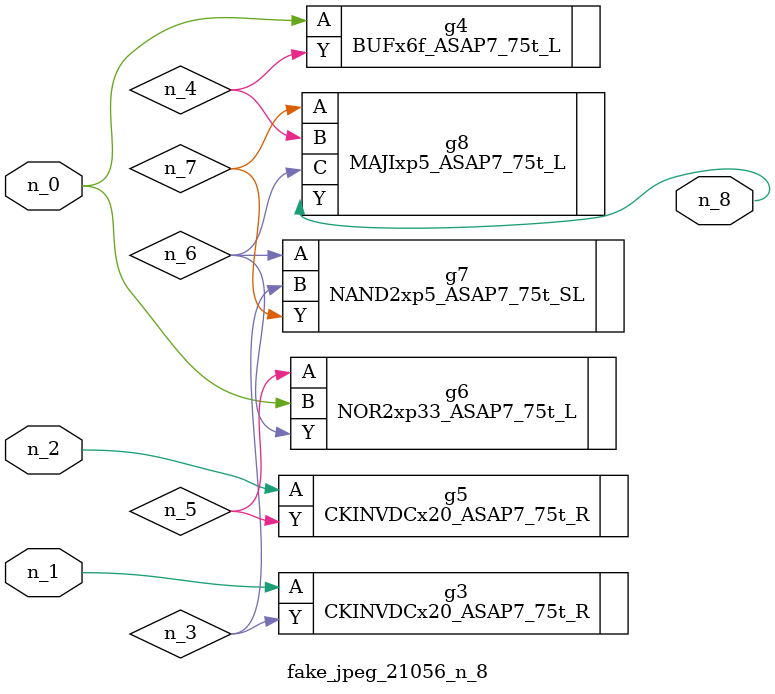
<source format=v>
module fake_jpeg_21056_n_8 (n_0, n_2, n_1, n_8);

input n_0;
input n_2;
input n_1;

output n_8;

wire n_3;
wire n_4;
wire n_6;
wire n_5;
wire n_7;

CKINVDCx20_ASAP7_75t_R g3 ( 
.A(n_1),
.Y(n_3)
);

BUFx6f_ASAP7_75t_L g4 ( 
.A(n_0),
.Y(n_4)
);

CKINVDCx20_ASAP7_75t_R g5 ( 
.A(n_2),
.Y(n_5)
);

NOR2xp33_ASAP7_75t_L g6 ( 
.A(n_5),
.B(n_0),
.Y(n_6)
);

NAND2xp5_ASAP7_75t_SL g7 ( 
.A(n_6),
.B(n_3),
.Y(n_7)
);

MAJIxp5_ASAP7_75t_L g8 ( 
.A(n_7),
.B(n_4),
.C(n_6),
.Y(n_8)
);


endmodule
</source>
